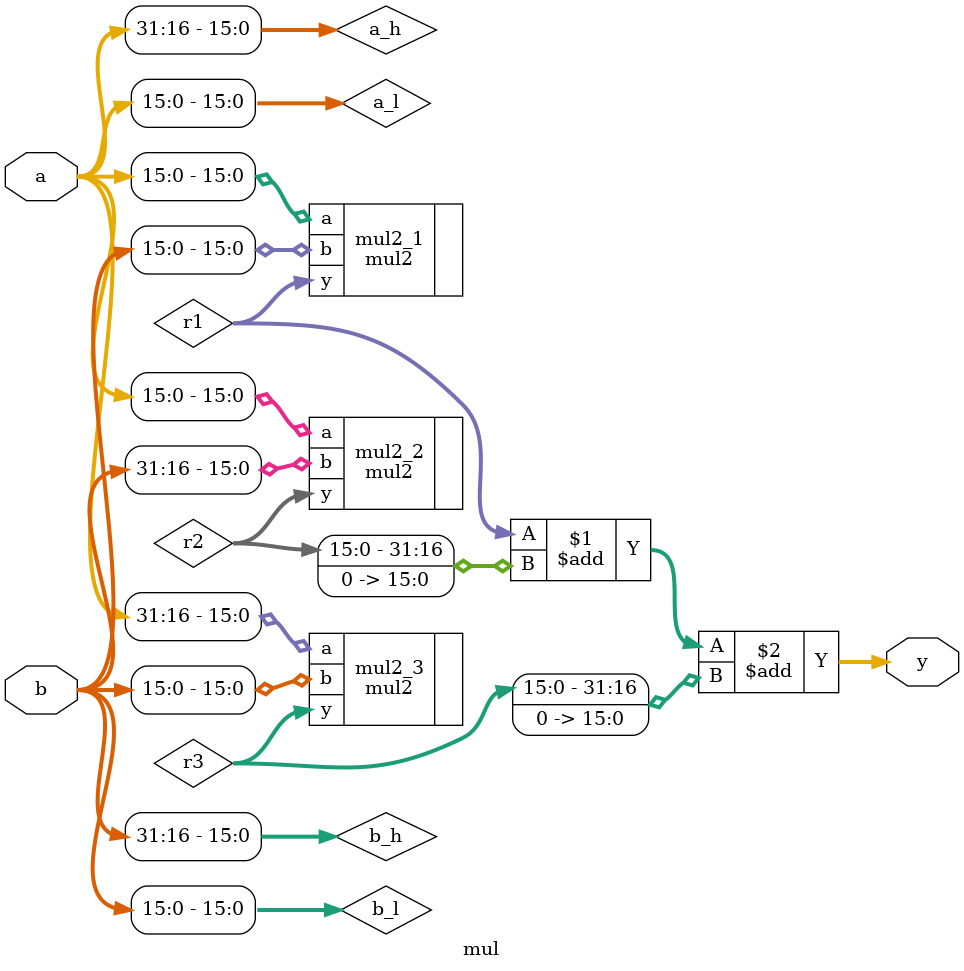
<source format=v>
`timescale 1ns / 1ps


module mul (
    input  wire [31:0] a,
    input  wire [31:0] b,
    output wire [31:0] y
);

wire [15:0] a_l, a_h, b_l, b_h;
wire [31:0] r1;
wire [15:0] r2, r3;

assign a_l = a[15:0];
assign a_h = a[31:16];
assign b_l = b[15:0];
assign b_h = b[31:16];
assign y = r1 + {r2, 16'b0} + {r3, 16'b0};

mul2 mul2_1 (
    .a (a_l),
    .b (b_l),
    .y (r1)
);

mul2 mul2_2 (
    .a (a_l),
    .b (b_h),
    .y (r2)
);

mul2 mul2_3 (
    .a (a_h),
    .b (b_l),
    .y (r3)
);

endmodule

</source>
